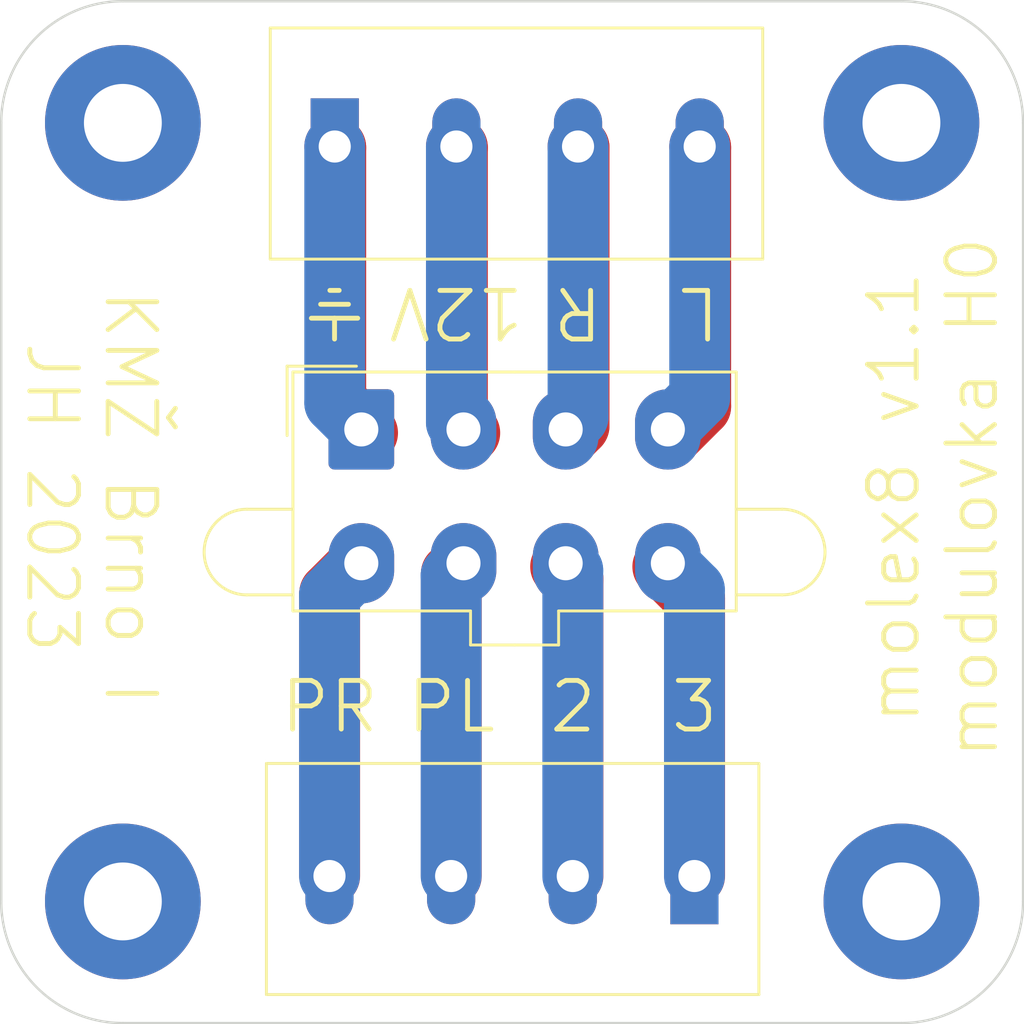
<source format=kicad_pcb>
(kicad_pcb (version 20211014) (generator pcbnew)
  (layers (0 "F.Cu" signal) (31 "B.Cu" signal) (34 "B.Paste" user) (35 "F.Paste" user) (36 "B.SilkS" user "B.Silkscreen") (37 "F.SilkS" user "F.Silkscreen") (38 "B.Mask" user) (39 "F.Mask" user) (44 "Edge.Cuts" user))
  (net 0 "")
  (net 1 "Net-(J1-Pad1)")
  (net 2 "Net-(J1-Pad2)")
  (net 3 "Net-(J1-Pad3)")
  (net 4 "Net-(J1-Pad4)")
  (net 5 "Net-(J2-Pad5)")
  (net 6 "Net-(J2-Pad6)")
  (net 7 "Net-(J2-Pad7)")
  (net 8 "Net-(J2-Pad8)")
  (footprint "Connector_Molex:Molex_Mini-Fit_Jr_5566-08A2_2x04_P4.20mm_Vertical" (layer "F.Cu") (at 95.3 91.6)
    (fp_text reference "J2" hide)
    (fp_text value "Conn_02x04_Counter_Clockwise")
    (fp_line (start 8.11 8.86) (end 6.3 8.86) (layer "F.SilkS") (width 0.12))
    (fp_line (start 15.41 7.46) (end 8.11 7.46) (layer "F.SilkS") (width 0.12))
    (fp_line (start 15.41 -2.36) (end 15.41 7.46) (layer "F.SilkS") (width 0.12))
    (fp_line (start -4.7 6.8) (end -2.81 6.8) (layer "F.SilkS") (width 0.12))
    (fp_line (start 6.3 -2.36) (end -2.81 -2.36) (layer "F.SilkS") (width 0.12))
    (fp_line (start 8.11 7.46) (end 8.11 8.86) (layer "F.SilkS") (width 0.12))
    (fp_line (start 4.49 7.46) (end 4.49 8.86) (layer "F.SilkS") (width 0.12))
    (fp_line (start 17.3 3.28) (end 15.41 3.28) (layer "F.SilkS") (width 0.12))
    (fp_line (start 17.3 6.8) (end 15.41 6.8) (layer "F.SilkS") (width 0.12))
    (fp_line (start -0.2 -2.6) (end -3.05 -2.6) (layer "F.SilkS") (width 0.12))
    (fp_line (start -2.81 -2.36) (end -2.81 7.46) (layer "F.SilkS") (width 0.12))
    (fp_line (start -3.05 -2.6) (end -3.05 0.25) (layer "F.SilkS") (width 0.12))
    (fp_line (start 4.49 8.86) (end 6.3 8.86) (layer "F.SilkS") (width 0.12))
    (fp_line (start -4.7 3.28) (end -2.81 3.28) (layer "F.SilkS") (width 0.12))
    (fp_line (start 6.3 -2.36) (end 15.41 -2.36) (layer "F.SilkS") (width 0.12))
    (fp_line (start -2.81 7.46) (end 4.49 7.46) (layer "F.SilkS") (width 0.12))
    (fp_arc (start 17.3 3.28) (mid 19.06 5.04) (end 17.3 6.8) (layer "F.SilkS") (width 0.12))
    (fp_arc (start -4.7 6.8) (mid -6.46 5.04) (end -4.7 3.28) (layer "F.SilkS") (width 0.12))
    (pad "" np_thru_hole circle (at 17.3 5.04) (size 3 3) (drill 3) (layers *.Cu *.Mask))
    (pad "" np_thru_hole circle (at -4.7 5.04) (size 3 3) (drill 3) (layers *.Cu *.Mask))
    (pad "1" thru_hole roundrect (at 0 0) (size 2.7 3.3) (drill 1.4) (layers *.Cu *.Mask) (roundrect_rratio 0.092593) (net 1 "Net-(J1-Pad1)"))
    (pad "2" thru_hole oval (at 4.2 0) (size 2.7 3.3) (drill 1.4) (layers *.Cu *.Mask) (net 2 "Net-(J1-Pad2)"))
    (pad "3" thru_hole oval (at 8.4 0) (size 2.7 3.3) (drill 1.4) (layers *.Cu *.Mask) (net 3 "Net-(J1-Pad3)"))
    (pad "4" thru_hole oval (at 12.6 0) (size 2.7 3.3) (drill 1.4) (layers *.Cu *.Mask) (net 4 "Net-(J1-Pad4)"))
    (pad "5" thru_hole oval (at 0 5.5) (size 2.7 3.3) (drill 1.4) (layers *.Cu *.Mask) (net 5 "Net-(J2-Pad5)"))
    (pad "6" thru_hole oval (at 4.2 5.5) (size 2.7 3.3) (drill 1.4) (layers *.Cu *.Mask) (net 6 "Net-(J2-Pad6)"))
    (pad "7" thru_hole oval (at 8.4 5.5) (size 2.7 3.3) (drill 1.4) (layers *.Cu *.Mask) (net 7 "Net-(J2-Pad7)"))
    (pad "8" thru_hole oval (at 12.6 5.5) (size 2.7 3.3) (drill 1.4) (layers *.Cu *.Mask) (net 8 "Net-(J2-Pad8)"))
  )
  (footprint "MountingHole:MountingHole_3.2mm_M3_Pad" (layer "F.Cu") (at 85.5 79)
    (fp_text reference "H1" hide)
    (fp_text value "MountingHole" hide)
    (pad "1" thru_hole circle (at 0 0) (size 6.4 6.4) (drill 3.2) (layers *.Cu *.Mask))
  )
  (footprint "TerminalBlock_Euroclamp:MVE252-5-V-2x" (layer "F.Cu") (at 101.6 80.2)
    (fp_text reference "J1" hide)
    (fp_text value "Conn_01x04")
    (fp_line (start 10.2 -5.1) (end 10.2 4.4) (layer "F.SilkS") (width 0.12))
    (fp_line (start -10.042 4.4) (end -10.042 -5.1) (layer "F.SilkS") (width 0.12))
    (fp_line (start 10.2 4.4) (end -10.042 4.4) (layer "F.SilkS") (width 0.12))
    (fp_line (start -10.042 -5.1) (end 10.2 -5.1) (layer "F.SilkS") (width 0.12))
    (pad "1" thru_hole rect (at -7.392 -0.228) (size 1.98 3.96) (drill 1.32) (layers *.Cu *.Mask) (net 1 "Net-(J1-Pad1)"))
    (pad "2" thru_hole oval (at -2.392 -0.228) (size 1.98 3.96) (drill 1.32) (layers *.Cu *.Mask) (net 2 "Net-(J1-Pad2)"))
    (pad "3" thru_hole oval (at 2.608 -0.228) (size 1.98 3.96) (drill 1.32) (layers *.Cu *.Mask) (net 3 "Net-(J1-Pad3)"))
    (pad "4" thru_hole oval (at 7.608 -0.228) (size 1.98 3.96) (drill 1.32) (layers *.Cu *.Mask) (net 4 "Net-(J1-Pad4)"))
  )
  (footprint "TerminalBlock_Euroclamp:MVE252-5-V-2x" (layer "F.Cu") (at 101.6 109.728 180)
    (fp_text reference "J3" hide)
    (fp_text value "Conn_01x04")
    (fp_line (start -10.042 -5.1) (end 10.2 -5.1) (layer "F.SilkS") (width 0.12))
    (fp_line (start 10.2 4.4) (end -10.042 4.4) (layer "F.SilkS") (width 0.12))
    (fp_line (start 10.2 -5.1) (end 10.2 4.4) (layer "F.SilkS") (width 0.12))
    (fp_line (start -10.042 4.4) (end -10.042 -5.1) (layer "F.SilkS") (width 0.12))
    (pad "1" thru_hole rect (at -7.392 -0.228 180) (size 1.98 3.96) (drill 1.32) (layers *.Cu *.Mask) (net 8 "Net-(J2-Pad8)"))
    (pad "2" thru_hole oval (at -2.392 -0.228 180) (size 1.98 3.96) (drill 1.32) (layers *.Cu *.Mask) (net 7 "Net-(J2-Pad7)"))
    (pad "3" thru_hole oval (at 2.608 -0.228 180) (size 1.98 3.96) (drill 1.32) (layers *.Cu *.Mask) (net 6 "Net-(J2-Pad6)"))
    (pad "4" thru_hole oval (at 7.608 -0.228 180) (size 1.98 3.96) (drill 1.32) (layers *.Cu *.Mask) (net 5 "Net-(J2-Pad5)"))
  )
  (footprint "MountingHole:MountingHole_3.2mm_M3_Pad" (layer "F.Cu") (at 117.5 79)
    (fp_text reference "H4" hide)
    (fp_text value "MountingHole" hide)
    (pad "1" thru_hole circle (at 0 0) (size 6.4 6.4) (drill 3.2) (layers *.Cu *.Mask))
  )
  (footprint "MountingHole:MountingHole_3.2mm_M3_Pad" (layer "F.Cu") (at 117.5 111)
    (fp_text reference "H2" hide)
    (fp_text value "MountingHole" hide)
    (pad "1" thru_hole circle (at 0 0) (size 6.4 6.4) (drill 3.2) (layers *.Cu *.Mask))
  )
  (footprint "MountingHole:MountingHole_3.2mm_M3_Pad" (layer "F.Cu") (at 85.5 111)
    (fp_text reference "H3" hide)
    (fp_text value "MountingHole" hide)
    (pad "1" thru_hole circle (at 0 0) (size 6.4 6.4) (drill 3.2) (layers *.Cu *.Mask))
  )
  (gr_arc (start 117.5 74) (mid 121.035534 75.464466) (end 122.5 79) (layer "Edge.Cuts") (width 0.1))
  (gr_arc (start 80.5 79) (mid 81.964466 75.464466) (end 85.5 74) (layer "Edge.Cuts") (width 0.1))
  (gr_line (start 117.5 116) (end 85.5 116) (layer "Edge.Cuts") (width 0.1))
  (gr_line (start 80.5 111) (end 80.5 79) (layer "Edge.Cuts") (width 0.1))
  (gr_line (start 85.5 74) (end 117.5 74) (layer "Edge.Cuts") (width 0.1))
  (gr_line (start 122.5 79) (end 122.5 111) (layer "Edge.Cuts") (width 0.1))
  (gr_arc (start 85.5 116) (mid 81.964466 114.535534) (end 80.5 111) (layer "Edge.Cuts") (width 0.1))
  (gr_arc (start 122.5 111) (mid 121.035534 114.535534) (end 117.5 116) (layer "Edge.Cuts") (width 0.1))
  (gr_text "R" (at 104.2 86.8 180) (layer "F.SilkS") (effects (font (size 2 2) (thickness 0.2))))
  (gr_text "PR" (at 94 103) (layer "F.SilkS") (effects (font (size 2 2) (thickness 0.2))))
  (gr_text "12V" (at 99.2 86.8 180) (layer "F.SilkS") (effects (font (size 2 2) (thickness 0.2))))
  (gr_text "PL" (at 99 103) (layer "F.SilkS") (effects (font (size 2 2) (thickness 0.2))))
  (gr_text "3" (at 109 103) (layer "F.SilkS") (effects (font (size 2 2) (thickness 0.2))))
  (gr_text "L" (at 109.2 86.8 180) (layer "F.SilkS") (effects (font (size 2 2) (thickness 0.2))))
  (gr_text "molex8 v1.1\nmodulovka H0" (at 118.8 94.4 90) (layer "F.SilkS") (effects (font (size 2 2) (thickness 0.2))))
  (gr_text "⏚" (at 94.2 86.8 180) (layer "F.SilkS") (effects (font (size 2 2) (thickness 0.2))))
  (gr_text "KMŽ Brno I\nJH 2023" (at 84.2 94.4 270) (layer "F.SilkS") (effects (font (size 2 2) (thickness 0.2))))
  (gr_text "2" (at 104 103) (layer "F.SilkS") (effects (font (size 2 2) (thickness 0.2))))
  (segment (start 94.25 90.435) (end 94.25 80.014) (width 2.5) (layer "F.Cu") (net 1))
  (segment (start 94.25 80.014) (end 94.208 79.972) (width 2.5) (layer "F.Cu") (net 1))
  (segment (start 95.558 91.743) (end 94.25 90.435) (width 2.5) (layer "F.Cu") (net 1))
  (segment (start 94.208 90.508) (end 95.3 91.6) (width 2.5) (layer "B.Cu") (net 1))
  (segment (start 94.208 79.972) (end 94.208 90.508) (width 2.5) (layer "B.Cu") (net 1))
  (segment (start 99.758 91.743) (end 99.25 91.235) (width 2.5) (layer "F.Cu") (net 2))
  (segment (start 99.25 91.235) (end 99.25 80.014) (width 2.5) (layer "F.Cu") (net 2))
  (segment (start 99.25 80.014) (end 99.208 79.972) (width 2.5) (layer "F.Cu") (net 2))
  (segment (start 99.208 91.308) (end 99.5 91.6) (width 2.5) (layer "B.Cu") (net 2))
  (segment (start 99.208 79.972) (end 99.208 91.308) (width 2.5) (layer "B.Cu") (net 2))
  (segment (start 103.958 91.743) (end 104.25 91.451) (width 2.5) (layer "F.Cu") (net 3))
  (segment (start 104.25 80.014) (end 104.208 79.972) (width 2.5) (layer "F.Cu") (net 3))
  (segment (start 104.25 91.451) (end 104.25 80.014) (width 2.5) (layer "F.Cu") (net 3))
  (segment (start 104.208 91.092) (end 103.7 91.6) (width 2.5) (layer "B.Cu") (net 3))
  (segment (start 104.208 79.972) (end 104.208 91.092) (width 2.5) (layer "B.Cu") (net 3))
  (segment (start 109.25 80.014) (end 109.208 79.972) (width 2.5) (layer "F.Cu") (net 4))
  (segment (start 108.158 91.743) (end 109.25 90.651) (width 2.5) (layer "F.Cu") (net 4))
  (segment (start 109.25 90.651) (end 109.25 80.014) (width 2.5) (layer "F.Cu") (net 4))
  (segment (start 109.208 90.292) (end 107.9 91.6) (width 2.5) (layer "B.Cu") (net 4))
  (segment (start 109.208 79.972) (end 109.208 90.292) (width 2.5) (layer "B.Cu") (net 4))
  (segment (start 94 109.951) (end 94 98.333) (width 2.5) (layer "F.Cu") (net 5))
  (segment (start 94 98.333) (end 95.092 97.241) (width 2.5) (layer "F.Cu") (net 5))
  (segment (start 93.992 109.956) (end 93.992 98.408) (width 2.5) (layer "B.Cu") (net 5))
  (segment (start 93.992 98.408) (end 95.3 97.1) (width 2.5) (layer "B.Cu") (net 5))
  (segment (start 99 109.951) (end 99 97.533) (width 2.5) (layer "F.Cu") (net 6))
  (segment (start 99 97.533) (end 99.292 97.241) (width 2.5) (layer "F.Cu") (net 6))
  (segment (start 98.992 97.608) (end 99.5 97.1) (width 2.5) (layer "B.Cu") (net 6))
  (segment (start 98.992 109.956) (end 98.992 97.608) (width 2.5) (layer "B.Cu") (net 6))
  (segment (start 104 97.749) (end 103.492 97.241) (width 2.5) (layer "F.Cu") (net 7))
  (segment (start 104 109.951) (end 104 97.749) (width 2.5) (layer "F.Cu") (net 7))
  (segment (start 103.992 97.392) (end 103.7 97.1) (width 2.5) (layer "B.Cu") (net 7))
  (segment (start 103.992 109.956) (end 103.992 97.392) (width 2.5) (layer "B.Cu") (net 7))
  (segment (start 109 109.951) (end 109 98.549) (width 2.5) (layer "F.Cu") (net 8))
  (segment (start 109 98.549) (end 107.692 97.241) (width 2.5) (layer "F.Cu") (net 8))
  (segment (start 108.992 98.192) (end 107.9 97.1) (width 2.5) (layer "B.Cu") (net 8))
  (segment (start 108.992 109.956) (end 108.992 98.192) (width 2.5) (layer "B.Cu") (net 8))
)
</source>
